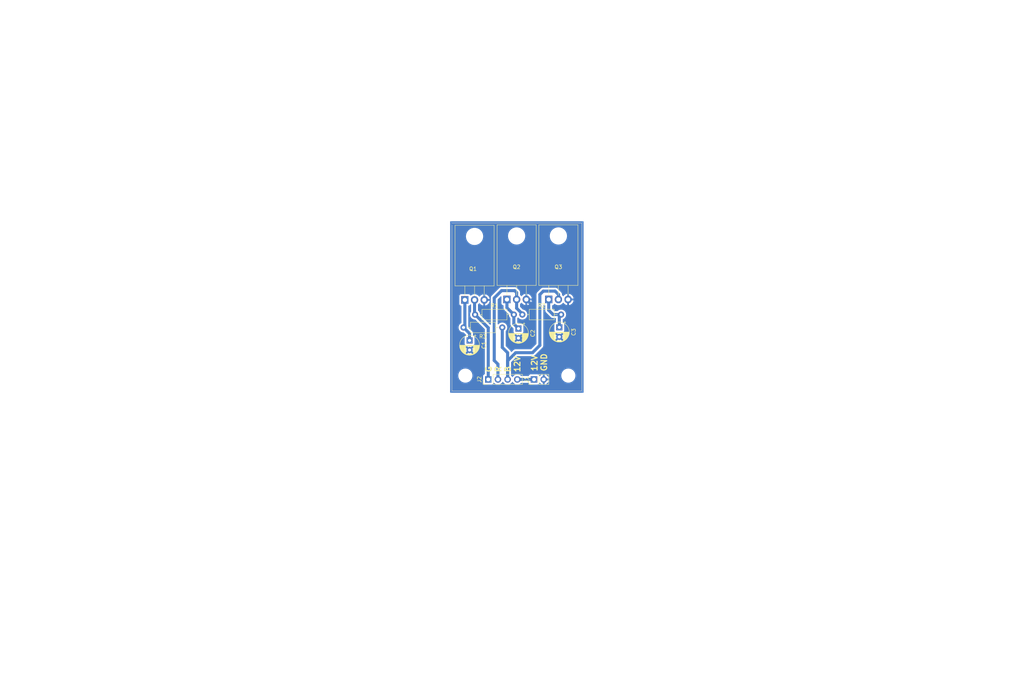
<source format=kicad_pcb>
(kicad_pcb (version 20240108) (generator "pcbnew") (generator_version "8.0")
  (title_block (title "RGB HOVER") (date "2023-02-22") (rev "V1.0.0") (company "Maykol Rey"))
  (layers (0 "F.Cu" signal) (31 "B.Cu" signal) (34 "B.Paste" user) (35 "F.Paste" user) (36 "B.SilkS" user "B.Silkscreen") (37 "F.SilkS" user "F.Silkscreen") (38 "B.Mask" user) (39 "F.Mask" user) (44 "Edge.Cuts" user))
  (net 0 "")
  (net 1 "Net-(Q1-G)")
  (net 2 "GND")
  (net 3 "Net-(Q2-G)")
  (net 4 "Net-(Q3-G)")
  (net 5 "/12V")
  (net 6 "/G")
  (net 7 "/R")
  (net 8 "/B")
  (footprint "Capacitor_THT:CP_Radial_D5.0mm_P2.50mm" (layer "F.Cu") (at 137.1 102.274888 -90)
    (property "Reference" "C1" (at 1.25 -3.75 90) (layer "F.SilkS"))
    (property "Value" "2.2uF")
    (fp_line (start 1.49 1.04) (end 1.49 2.569) (stroke (width 0.12)) (layer "F.SilkS"))
    (fp_line (start 1.53 1.04) (end 1.53 2.565) (stroke (width 0.12)) (layer "F.SilkS"))
    (fp_line (start 1.57 1.04) (end 1.57 2.561) (stroke (width 0.12)) (layer "F.SilkS"))
    (fp_line (start 1.61 1.04) (end 1.61 2.556) (stroke (width 0.12)) (layer "F.SilkS"))
    (fp_line (start 1.65 1.04) (end 1.65 2.55) (stroke (width 0.12)) (layer "F.SilkS"))
    (fp_line (start 1.69 1.04) (end 1.69 2.543) (stroke (width 0.12)) (layer "F.SilkS"))
    (fp_line (start 1.73 1.04) (end 1.73 2.536) (stroke (width 0.12)) (layer "F.SilkS"))
    (fp_line (start 1.77 1.04) (end 1.77 2.528) (stroke (width 0.12)) (layer "F.SilkS"))
    (fp_line (start 1.81 1.04) (end 1.81 2.52) (stroke (width 0.12)) (layer "F.SilkS"))
    (fp_line (start 1.85 1.04) (end 1.85 2.511) (stroke (width 0.12)) (layer "F.SilkS"))
    (fp_line (start 1.89 1.04) (end 1.89 2.501) (stroke (width 0.12)) (layer "F.SilkS"))
    (fp_line (start 1.93 1.04) (end 1.93 2.491) (stroke (width 0.12)) (layer "F.SilkS"))
    (fp_line (start 1.971 1.04) (end 1.971 2.48) (stroke (width 0.12)) (layer "F.SilkS"))
    (fp_line (start 2.011 1.04) (end 2.011 2.468) (stroke (width 0.12)) (layer "F.SilkS"))
    (fp_line (start 2.051 1.04) (end 2.051 2.455) (stroke (width 0.12)) (layer "F.SilkS"))
    (fp_line (start 2.091 1.04) (end 2.091 2.442) (stroke (width 0.12)) (layer "F.SilkS"))
    (fp_line (start 2.131 1.04) (end 2.131 2.428) (stroke (width 0.12)) (layer "F.SilkS"))
    (fp_line (start 2.171 1.04) (end 2.171 2.414) (stroke (width 0.12)) (layer "F.SilkS"))
    (fp_line (start 2.211 1.04) (end 2.211 2.398) (stroke (width 0.12)) (layer "F.SilkS"))
    (fp_line (start 2.251 1.04) (end 2.251 2.382) (stroke (width 0.12)) (layer "F.SilkS"))
    (fp_line (start 2.291 1.04) (end 2.291 2.365) (stroke (width 0.12)) (layer "F.SilkS"))
    (fp_line (start 2.331 1.04) (end 2.331 2.348) (stroke (width 0.12)) (layer "F.SilkS"))
    (fp_line (start 2.371 1.04) (end 2.371 2.329) (stroke (width 0.12)) (layer "F.SilkS"))
    (fp_line (start 2.411 1.04) (end 2.411 2.31) (stroke (width 0.12)) (layer "F.SilkS"))
    (fp_line (start 2.451 1.04) (end 2.451 2.29) (stroke (width 0.12)) (layer "F.SilkS"))
    (fp_line (start 2.491 1.04) (end 2.491 2.268) (stroke (width 0.12)) (layer "F.SilkS"))
    (fp_line (start 2.531 1.04) (end 2.531 2.247) (stroke (width 0.12)) (layer "F.SilkS"))
    (fp_line (start 2.571 1.04) (end 2.571 2.224) (stroke (width 0.12)) (layer "F.SilkS"))
    (fp_line (start 2.611 1.04) (end 2.611 2.2) (stroke (width 0.12)) (layer "F.SilkS"))
    (fp_line (start 2.651 1.04) (end 2.651 2.175) (stroke (width 0.12)) (layer "F.SilkS"))
    (fp_line (start 2.691 1.04) (end 2.691 2.149) (stroke (width 0.12)) (layer "F.SilkS"))
    (fp_line (start 2.731 1.04) (end 2.731 2.122) (stroke (width 0.12)) (layer "F.SilkS"))
    (fp_line (start 2.771 1.04) (end 2.771 2.095) (stroke (width 0.12)) (layer "F.SilkS"))
    (fp_line (start 2.811 1.04) (end 2.811 2.065) (stroke (width 0.12)) (layer "F.SilkS"))
    (fp_line (start 2.851 1.04) (end 2.851 2.035) (stroke (width 0.12)) (layer "F.SilkS"))
    (fp_line (start 2.891 1.04) (end 2.891 2.004) (stroke (width 0.12)) (layer "F.SilkS"))
    (fp_line (start 2.931 1.04) (end 2.931 1.971) (stroke (width 0.12)) (layer "F.SilkS"))
    (fp_line (start 2.971 1.04) (end 2.971 1.937) (stroke (width 0.12)) (layer "F.SilkS"))
    (fp_line (start 3.011 1.04) (end 3.011 1.901) (stroke (width 0.12)) (layer "F.SilkS"))
    (fp_line (start 3.051 1.04) (end 3.051 1.864) (stroke (width 0.12)) (layer "F.SilkS"))
    (fp_line (start 3.091 1.04) (end 3.091 1.826) (stroke (width 0.12)) (layer "F.SilkS"))
    (fp_line (start 3.131 1.04) (end 3.131 1.785) (stroke (width 0.12)) (layer "F.SilkS"))
    (fp_line (start 3.171 1.04) (end 3.171 1.743) (stroke (width 0.12)) (layer "F.SilkS"))
    (fp_line (start 3.211 1.04) (end 3.211 1.699) (stroke (width 0.12)) (layer "F.SilkS"))
    (fp_line (start 3.251 1.04) (end 3.251 1.653) (stroke (width 0.12)) (layer "F.SilkS"))
    (fp_line (start 3.291 1.04) (end 3.291 1.605) (stroke (width 0.12)) (layer "F.SilkS"))
    (fp_line (start 3.331 1.04) (end 3.331 1.554) (stroke (width 0.12)) (layer "F.SilkS"))
    (fp_line (start 3.371 1.04) (end 3.371 1.5) (stroke (width 0.12)) (layer "F.SilkS"))
    (fp_line (start 3.411 1.04) (end 3.411 1.443) (stroke (width 0.12)) (layer "F.SilkS"))
    (fp_line (start 3.451 1.04) (end 3.451 1.383) (stroke (width 0.12)) (layer "F.SilkS"))
    (fp_line (start 3.491 1.04) (end 3.491 1.319) (stroke (width 0.12)) (layer "F.SilkS"))
    (fp_line (start 3.531 1.04) (end 3.531 1.251) (stroke (width 0.12)) (layer "F.SilkS"))
    (fp_line (start 3.851 -0.284) (end 3.851 0.284) (stroke (width 0.12)) (layer "F.SilkS"))
    (fp_line (start 3.811 -0.518) (end 3.811 0.518) (stroke (width 0.12)) (layer "F.SilkS"))
    (fp_line (start 3.771 -0.677) (end 3.771 0.677) (stroke (width 0.12)) (layer "F.SilkS"))
    (fp_line (start 3.731 -0.805) (end 3.731 0.805) (stroke (width 0.12)) (layer "F.SilkS"))
    (fp_line (start 3.691 -0.915) (end 3.691 0.915) (stroke (width 0.12)) (layer "F.SilkS"))
    (fp_line (start 3.651 -1.011) (end 3.651 1.011) (stroke (width 0.12)) (layer "F.SilkS"))
    (fp_line (start 3.611 -1.098) (end 3.611 1.098) (stroke (width 0.12)) (layer "F.SilkS"))
    (fp_line (start 3.571 -1.178) (end 3.571 1.178) (stroke (width 0.12)) (layer "F.SilkS"))
    (fp_line (start 3.531 -1.251) (end 3.531 -1.04) (stroke (width 0.12)) (layer "F.SilkS"))
    (fp_line (start 3.491 -1.319) (end 3.491 -1.04) (stroke (width 0.12)) (layer "F.SilkS"))
    (fp_line (start 3.451 -1.383) (end 3.451 -1.04) (stroke (width 0.12)) (layer "F.SilkS"))
    (fp_line (start 3.411 -1.443) (end 3.411 -1.04) (stroke (width 0.12)) (layer "F.SilkS"))
    (fp_line (start -1.554775 -1.475) (end -1.054775 -1.475) (stroke (width 0.12)) (layer "F.SilkS"))
    (fp_line (start 3.371 -1.5) (end 3.371 -1.04) (stroke (width 0.12)) (layer "F.SilkS"))
    (fp_line (start 3.331 -1.554) (end 3.331 -1.04) (stroke (width 0.12)) (layer "F.SilkS"))
    (fp_line (start 3.291 -1.605) (end 3.291 -1.04) (stroke (width 0.12)) (layer "F.SilkS"))
    (fp_line (start 3.251 -1.653) (end 3.251 -1.04) (stroke (width 0.12)) (layer "F.SilkS"))
    (fp_line (start 3.211 -1.699) (end 3.211 -1.04) (stroke (width 0.12)) (layer "F.SilkS"))
    (fp_line (start -1.304775 -1.725) (end -1.304775 -1.225) (stroke (width 0.12)) (layer "F.SilkS"))
    (fp_line (start 3.171 -1.743) (end 3.171 -1.04) (stroke (width 0.12)) (layer "F.SilkS"))
    (fp_line (start 3.131 -1.785) (end 3.131 -1.04) (stroke (width 0.12)) (layer "F.SilkS"))
    (fp_line (start 3.091 -1.826) (end 3.091 -1.04) (stroke (width 0.12)) (layer "F.SilkS"))
    (fp_line (start 3.051 -1.864) (end 3.051 -1.04) (stroke (width 0.12)) (layer "F.SilkS"))
    (fp_line (start 3.011 -1.901) (end 3.011 -1.04) (stroke (width 0.12)) (layer "F.SilkS"))
    (fp_line (start 2.971 -1.937) (end 2.971 -1.04) (stroke (width 0.12)) (layer "F.SilkS"))
    (fp_line (start 2.931 -1.971) (end 2.931 -1.04) (stroke (width 0.12)) (layer "F.SilkS"))
    (fp_line (start 2.891 -2.004) (end 2.891 -1.04) (stroke (width 0.12)) (layer "F.SilkS"))
    (fp_line (start 2.851 -2.035) (end 2.851 -1.04) (stroke (width 0.12)) (layer "F.SilkS"))
    (fp_line (start 2.811 -2.065) (end 2.811 -1.04) (stroke (width 0.12)) (layer "F.SilkS"))
    (fp_line (start 2.771 -2.095) (end 2.771 -1.04) (stroke (width 0.12)) (layer "F.SilkS"))
    (fp_line (start 2.731 -2.122) (end 2.731 -1.04) (stroke (width 0.12)) (layer "F.SilkS"))
    (fp_line (start 2.691 -2.149) (end 2.691 -1.04) (stroke (width 0.12)) (layer "F.SilkS"))
    (fp_line (start 2.651 -2.175) (end 2.651 -1.04) (stroke (width 0.12)) (layer "F.SilkS"))
    (fp_line (start 2.611 -2.2) (end 2.611 -1.04) (stroke (width 0.12)) (layer "F.SilkS"))
    (fp_line (start 2.571 -2.224) (end 2.571 -1.04) (stroke (width 0.12)) (layer "F.SilkS"))
    (fp_line (start 2.531 -2.247) (end 2.531 -1.04) (stroke (width 0.12)) (layer "F.SilkS"))
    (fp_line (start 2.491 -2.268) (end 2.491 -1.04) (stroke (width 0.12)) (layer "F.SilkS"))
    (fp_line (start 2.451 -2.29) (end 2.451 -1.04) (stroke (width 0.12)) (layer "F.SilkS"))
    (fp_line (start 2.411 -2.31) (end 2.411 -1.04) (stroke (width 0.12)) (layer "F.SilkS"))
    (fp_line (start 2.371 -2.329) (end 2.371 -1.04) (stroke (width 0.12)) (layer "F.SilkS"))
    (fp_line (start 2.331 -2.348) (end 2.331 -1.04) (stroke (width 0.12)) (layer "F.SilkS"))
    (fp_line (start 2.291 -2.365) (end 2.291 -1.04) (stroke (width 0.12)) (layer "F.SilkS"))
    (fp_line (start 2.251 -2.382) (end 2.251 -1.04) (stroke (width 0.12)) (layer "F.SilkS"))
    (fp_line (start 2.211 -2.398) (end 2.211 -1.04) (stroke (width 0.12)) (layer "F.SilkS"))
    (fp_line (start 2.171 -2.414) (end 2.171 -1.04) (stroke (width 0.12)) (layer "F.SilkS"))
    (fp_line (start 2.131 -2.428) (end 2.131 -1.04) (stroke (width 0.12)) (layer "F.SilkS"))
    (fp_line (start 2.091 -2.442) (end 2.091 -1.04) (stroke (width 0.12)) (layer "F.SilkS"))
    (fp_line (start 2.051 -2.455) (end 2.051 -1.04) (stroke (width 0.12)) (layer "F.SilkS"))
    (fp_line (start 2.011 -2.468) (end 2.011 -1.04) (stroke (width 0.12)) (layer "F.SilkS"))
    (fp_line (start 1.971 -2.48) (end 1.971 -1.04) (stroke (width 0.12)) (layer "F.SilkS"))
    (fp_line (start 1.93 -2.491) (end 1.93 -1.04) (stroke (width 0.12)) (layer "F.SilkS"))
    (fp_line (start 1.89 -2.501) (end 1.89 -1.04) (stroke (width 0.12)) (layer "F.SilkS"))
    (fp_line (start 1.85 -2.511) (end 1.85 -1.04) (stroke (width 0.12)) (layer "F.SilkS"))
    (fp_line (start 1.81 -2.52) (end 1.81 -1.04) (stroke (width 0.12)) (layer "F.SilkS"))
    (fp_line (start 1.77 -2.528) (end 1.77 -1.04) (stroke (width 0.12)) (layer "F.SilkS"))
    (fp_line (start 1.73 -2.536) (end 1.73 -1.04) (stroke (width 0.12)) (layer "F.SilkS"))
    (fp_line (start 1.69 -2.543) (end 1.69 -1.04) (stroke (width 0.12)) (layer "F.SilkS"))
    (fp_line (start 1.65 -2.55) (end 1.65 -1.04) (stroke (width 0.12)) (layer "F.SilkS"))
    (fp_line (start 1.61 -2.556) (end 1.61 -1.04) (stroke (width 0.12)) (layer "F.SilkS"))
    (fp_line (start 1.57 -2.561) (end 1.57 -1.04) (stroke (width 0.12)) (layer "F.SilkS"))
    (fp_line (start 1.53 -2.565) (end 1.53 -1.04) (stroke (width 0.12)) (layer "F.SilkS"))
    (fp_line (start 1.49 -2.569) (end 1.49 -1.04) (stroke (width 0.12)) (layer "F.SilkS"))
    (fp_line (start 1.45 -2.573) (end 1.45 2.573) (stroke (width 0.12)) (layer "F.SilkS"))
    (fp_line (start 1.41 -2.576) (end 1.41 2.576) (stroke (width 0.12)) (layer "F.SilkS"))
    (fp_line (start 1.37 -2.578) (end 1.37 2.578) (stroke (width 0.12)) (layer "F.SilkS"))
    (fp_line (start 1.33 -2.579) (end 1.33 2.579) (stroke (width 0.12)) (layer "F.SilkS"))
    (fp_line (start 1.25 -2.58) (end 1.25 2.58) (stroke (width 0.12)) (layer "F.SilkS"))
    (fp_line (start 1.29 -2.58) (end 1.29 2.58) (stroke (width 0.12)) (layer "F.SilkS"))
    (fp_circle (center 1.25 0) (end 3.87 0) (stroke (width 0.12)) (fill none) (layer "F.SilkS"))
    (pad "1" thru_hole rect (at 0 0 270) (size 1.6 1.6) (drill 0.8) (layers "*.Cu" "*.Mask") (net 1 "Net-(Q1-G)"))
    (pad "2" thru_hole circle (at 2.5 0 270) (size 1.6 1.6) (drill 0.8) (layers "*.Cu" "*.Mask") (net 2 "GND"))
  )
  (footprint "Resistor_THT:R_Axial_DIN0207_L6.3mm_D2.5mm_P10.16mm_Horizontal" (layer "F.Cu") (at 150.94 95.48)
    (property "Reference" "R2" (at 5.08 -2.37 0) (layer "F.SilkS"))
    (property "Value" "1M")
    (fp_line (start 1.04 0) (end 1.81 0) (stroke (width 0.12)) (layer "F.SilkS"))
    (fp_line (start 1.81 -1.37) (end 1.81 1.37) (stroke (width 0.12)) (layer "F.SilkS"))
    (fp_line (start 1.81 1.37) (end 8.35 1.37) (stroke (width 0.12)) (layer "F.SilkS"))
    (fp_line (start 8.35 -1.37) (end 1.81 -1.37) (stroke (width 0.12)) (layer "F.SilkS"))
    (fp_line (start 8.35 1.37) (end 8.35 -1.37) (stroke (width 0.12)) (layer "F.SilkS"))
    (fp_line (start 9.12 0) (end 8.35 0) (stroke (width 0.12)) (layer "F.SilkS"))
    (pad "1" thru_hole circle (at 0 0) (size 1.6 1.6) (drill 0.8) (layers "*.Cu" "*.Mask") (net 7 "/R"))
    (pad "2" thru_hole oval (at 10.16 0) (size 1.6 1.6) (drill 0.8) (layers "*.Cu" "*.Mask") (net 4 "Net-(Q3-G)"))
  )
  (footprint "Connector_PinHeader_2.54mm:PinHeader_1x02_P2.54mm_Vertical" (layer "F.Cu") (at 154 112.5 90)
    (property "Reference" "J1" (at 0 -2 90) (layer "F.SilkS"))
    (property "Value" "POWER")
    (fp_line (start -1.33 -1.33) (end 0 -1.33) (stroke (width 0.12)) (layer "F.SilkS"))
    (fp_line (start -1.33 0) (end -1.33 -1.33) (stroke (width 0.12)) (layer "F.SilkS"))
    (fp_line (start 1.33 1.27) (end 1.33 3.87) (stroke (width 0.12)) (layer "F.SilkS"))
    (fp_line (start -1.33 1.27) (end 1.33 1.27) (stroke (width 0.12)) (layer "F.SilkS"))
    (fp_line (start -1.33 1.27) (end -1.33 3.87) (stroke (width 0.12)) (layer "F.SilkS"))
    (fp_line (start -1.33 3.87) (end 1.33 3.87) (stroke (width 0.12)) (layer "F.SilkS"))
    (pad "1" thru_hole rect (at 0 0 90) (size 1.7 1.7) (drill 1) (layers "*.Cu" "*.Mask") (net 5 "/12V"))
    (pad "2" thru_hole oval (at 0 2.54 90) (size 1.7 1.7) (drill 1) (layers "*.Cu" "*.Mask") (net 2 "GND"))
  )
  (footprint "MountingHole:MountingHole_3.2mm_M3" (layer "F.Cu") (at 163 111.5)
    (property "Reference" "H3" (hide yes))
    (property "Value" "MH")
    (pad "" np_thru_hole circle (at 0 0) (size 3.2 3.2) (drill 3.2) (layers "*.Cu" "*.Mask"))
  )
  (footprint "Resistor_THT:R_Axial_DIN0207_L6.3mm_D2.5mm_P10.16mm_Horizontal" (layer "F.Cu") (at 145.68 98.87 180)
    (property "Reference" "R3" (at 5.08 -2.37 0) (layer "F.SilkS"))
    (property "Value" "1M")
    (fp_line (start 9.12 0) (end 8.35 0) (stroke (width 0.12)) (layer "F.SilkS"))
    (fp_line (start 8.35 1.37) (end 8.35 -1.37) (stroke (width 0.12)) (layer "F.SilkS"))
    (fp_line (start 8.35 -1.37) (end 1.81 -1.37) (stroke (width 0.12)) (layer "F.SilkS"))
    (fp_line (start 1.81 1.37) (end 8.35 1.37) (stroke (width 0.12)) (layer "F.SilkS"))
    (fp_line (start 1.81 -1.37) (end 1.81 1.37) (stroke (width 0.12)) (layer "F.SilkS"))
    (fp_line (start 1.04 0) (end 1.81 0) (stroke (width 0.12)) (layer "F.SilkS"))
    (pad "1" thru_hole circle (at 0 0 180) (size 1.6 1.6) (drill 0.8) (layers "*.Cu" "*.Mask") (net 8 "/B"))
    (pad "2" thru_hole oval (at 10.16 0 180) (size 1.6 1.6) (drill 0.8) (layers "*.Cu" "*.Mask") (net 1 "Net-(Q1-G)"))
  )
  (footprint "MountingHole:MountingHole_3.2mm_M3" (layer "F.Cu") (at 136 111.5)
    (property "Reference" "H1" (hide yes))
    (property "Value" "MH")
    (pad "" np_thru_hole circle (at 0 0) (size 3.2 3.2) (drill 3.2) (layers "*.Cu" "*.Mask"))
  )
  (footprint "Capacitor_THT:CP_Radial_D5.0mm_P2.50mm" (layer "F.Cu") (at 149.92 99.154888 -90)
    (property "Reference" "C2" (at 1.25 -3.75 90) (layer "F.SilkS"))
    (property "Value" "2.2uF")
    (fp_line (start 1.49 1.04) (end 1.49 2.569) (stroke (width 0.12)) (layer "F.SilkS"))
    (fp_line (start 1.53 1.04) (end 1.53 2.565) (stroke (width 0.12)) (layer "F.SilkS"))
    (fp_line (start 1.57 1.04) (end 1.57 2.561) (stroke (width 0.12)) (layer "F.SilkS"))
    (fp_line (start 1.61 1.04) (end 1.61 2.556) (stroke (width 0.12)) (layer "F.SilkS"))
    (fp_line (start 1.65 1.04) (end 1.65 2.55) (stroke (width 0.12)) (layer "F.SilkS"))
    (fp_line (start 1.69 1.04) (end 1.69 2.543) (stroke (width 0.12)) (layer "F.SilkS"))
    (fp_line (start 1.73 1.04) (end 1.73 2.536) (stroke (width 0.12)) (layer "F.SilkS"))
    (fp_line (start 1.77 1.04) (end 1.77 2.528) (stroke (width 0.12)) (layer "F.SilkS"))
    (fp_line (start 1.81 1.04) (end 1.81 2.52) (stroke (width 0.12)) (layer "F.SilkS"))
    (fp_line (start 1.85 1.04) (end 1.85 2.511) (stroke (width 0.12)) (layer "F.SilkS"))
    (fp_line (start 1.89 1.04) (end 1.89 2.501) (stroke (width 0.12)) (layer "F.SilkS"))
    (fp_line (start 1.93 1.04) (end 1.93 2.491) (stroke (width 0.12)) (layer "F.SilkS"))
    (fp_line (start 1.971 1.04) (end 1.971 2.48) (stroke (width 0.12)) (layer "F.SilkS"))
    (fp_line (start 2.011 1.04) (end 2.011 2.468) (stroke (width 0.12)) (layer "F.SilkS"))
    (fp_line (start 2.051 1.04) (end 2.051 2.455) (stroke (width 0.12)) (layer "F.SilkS"))
    (fp_line (start 2.091 1.04) (end 2.091 2.442) (stroke (width 0.12)) (layer "F.SilkS"))
    (fp_line (start 2.131 1.04) (end 2.131 2.428) (stroke (width 0.12)) (layer "F.SilkS"))
    (fp_line (start 2.171 1.04) (end 2.171 2.414) (stroke (width 0.12)) (layer "F.SilkS"))
    (fp_line (start 2.211 1.04) (end 2.211 2.398) (stroke (width 0.12)) (layer "F.SilkS"))
    (fp_line (start 2.251 1.04) (end 2.251 2.382) (stroke (width 0.12)) (layer "F.SilkS"))
    (fp_line (start 2.291 1.04) (end 2.291 2.365) (stroke (width 0.12)) (layer "F.SilkS"))
    (fp_line (start 2.331 1.04) (end 2.331 2.348) (stroke (width 0.12)) (layer "F.SilkS"))
    (fp_line (start 2.371 1.04) (end 2.371 2.329) (stroke (width 0.12)) (layer "F.SilkS"))
    (fp_line (start 2.411 1.04) (end 2.411 2.31) (stroke (width 0.12)) (layer "F.SilkS"))
    (fp_line (start 2.451 1.04) (end 2.451 2.29) (stroke (width 0.12)) (layer "F.SilkS"))
    (fp_line (start 2.491 1.04) (end 2.491 2.268) (stroke (width 0.12)) (layer "F.SilkS"))
    (fp_line (start 2.531 1.04) (end 2.531 2.247) (stroke (width 0.12)) (layer "F.SilkS"))
    (fp_line (start 2.571 1.04) (end 2.571 2.224) (stroke (width 0.12)) (layer "F.SilkS"))
    (fp_line (start 2.611 1.04) (end 2.611 2.2) (stroke (width 0.12)) (layer "F.SilkS"))
    (fp_line (start 2.651 1.04) (end 2.651 2.175) (stroke (width 0.12)) (layer "F.SilkS"))
    (fp_line (start 2.691 1.04) (end 2.691 2.149) (stroke (width 0.12)) (layer "F.SilkS"))
    (fp_line (start 2.731 1.04) (end 2.731 2.122) (stroke (width 0.12)) (layer "F.SilkS"))
    (fp_line (start 2.771 1.04) (end 2.771 2.095) (stroke (width 0.12)) (layer "F.SilkS"))
    (fp_line (start 2.811 1.04) (end 2.811 2.065) (stroke (width 0.12)) (layer "F.SilkS"))
    (fp_line (start 2.851 1.04) (end 2.851 2.035) (stroke (width 0.12)) (layer "F.SilkS"))
    (fp_line (start 2.891 1.04) (end 2.891 2.004) (stroke (width 0.12)) (layer "F.SilkS"))
    (fp_line (start 2.931 1.04) (end 2.931 1.971) (stroke (width 0.12)) (layer "F.SilkS"))
    (fp_line (start 2.971 1.04) (end 2.971 1.937) (stroke (width 0.12)) (layer "F.SilkS"))
    (fp_line (start 3.011 1.04) (end 3.011 1.901) (stroke (width 0.12)) (layer "F.SilkS"))
    (fp_line (start 3.051 1.04) (end 3.051 1.864) (stroke (width 0.12)) (layer "F.SilkS"))
    (fp_line (start 3.091 1.04) (end 3.091 1.826) (stroke (width 0.12)) (layer "F.SilkS"))
    (fp_line (start 3.131 1.04) (end 3.131 1.785) (stroke (width 0.12)) (layer "F.SilkS"))
    (fp_line (start 3.171 1.04) (end 3.171 1.743) (stroke (width 0.12)) (layer "F.SilkS"))
    (fp_line (start 3.211 1.04) (end 3.211 1.699) (stroke (width 0.12)) (layer "F.SilkS"))
    (fp_line (start 3.251 1.04) (end 3.251 1.653) (stroke (width 0.12)) (layer "F.SilkS"))
    (fp_line (start 3.291 1.04) (end 3.291 1.605) (stroke (width 0.12)) (layer "F.SilkS"))
    (fp_line (start 3.331 1.04) (end 3.331 1.554) (stroke (width 0.12)) (layer "F.SilkS"))
    (fp_line (start 3.371 1.04) (end 3.371 1.5) (stroke (width 0.12)) (layer "F.SilkS"))
    (fp_line (start 3.411 1.04) (end 3.411 1.443) (stroke (width 0.12)) (layer "F.SilkS"))
    (fp_line (start 3.451 1.04) (end 3.451 1.383) (stroke (width 0.12)) (layer "F.SilkS"))
    (fp_line (start 3.491 1.04) (end 3.491 1.319) (stroke (width 0.12)) (layer "F.SilkS"))
    (fp_line (start 3.531 1.04) (end 3.531 1.251) (stroke (width 0.12)) (layer "F.SilkS"))
    (fp_line (start 3.851 -0.284) (end 3.851 0.284) (stroke (width 0.12)) (layer "F.SilkS"))
    (fp_line (start 3.811 -0.518) (end 3.811 0.518) (stroke (width 0.12)) (layer "F.SilkS"))
    (fp_line (start 3.771 -0.677) (end 3.771 0.677) (stroke (width 0.12)) (layer "F.SilkS"))
    (fp_line (start 3.731 -0.805) (end 3.731 0.805) (stroke (width 0.12)) (layer "F.SilkS"))
    (fp_line (start 3.691 -0.915) (end 3.691 0.915) (stroke (width 0.12)) (layer "F.SilkS"))
    (fp_line (start 3.651 -1.011) (end 3.651 1.011) (stroke (width 0.12)) (layer "F.SilkS"))
    (fp_line (start 3.611 -1.098) (end 3.611 1.098) (stroke (width 0.12)) (layer "F.SilkS"))
    (fp_line (start 3.571 -1.178) (end 3.571 1.178) (stroke (width 0.12)) (layer "F.SilkS"))
    (fp_line (start 3.531 -1.251) (end 3.531 -1.04) (stroke (width 0.12)) (layer "F.SilkS"))
    (fp_line (start 3.491 -1.319) (end 3.491 -1.04) (stroke (width 0.12)) (layer "F.SilkS"))
    (fp_line (start 3.451 -1.383) (end 3.451 -1.04) (stroke (width 0.12)) (layer "F.SilkS"))
    (fp_line (start 3.411 -1.443) (end 3.411 -1.04) (stroke (width 0.12)) (layer "F.SilkS"))
    (fp_line (start -1.554775 -1.475) (end -1.054775 -1.475) (stroke (width 0.12)) (layer "F.SilkS"))
    (fp_line (start 3.371 -1.5) (end 3.371 -1.04) (stroke (width 0.12)) (layer "F.SilkS"))
    (fp_line (start 3.331 -1.554) (end 3.331 -1.04) (stroke (width 0.12)) (layer "F.SilkS"))
    (fp_line (start 3.291 -1.605) (end 3.291 -1.04) (stroke (width 0.12)) (layer "F.SilkS"))
    (fp_line (start 3.251 -1.653) (end 3.251 -1.04) (stroke (width 0.12)) (layer "F.SilkS"))
    (fp_line (start 3.211 -1.699) (end 3.211 -1.04) (stroke (width 0.12)) (layer "F.SilkS"))
    (fp_line (start -1.304775 -1.725) (end -1.304775 -1.225) (stroke (width 0.12)) (layer "F.SilkS"))
    (fp_line (start 3.171 -1.743) (end 3.171 -1.04) (stroke (width 0.12)) (layer "F.SilkS"))
    (fp_line (start 3.131 -1.785) (end 3.131 -1.04) (stroke (width 0.12)) (layer "F.SilkS"))
    (fp_line (start 3.091 -1.826) (end 3.091 -1.04) (stroke (width 0.12)) (layer "F.SilkS"))
    (fp_line (start 3.051 -1.864) (end 3.051 -1.04) (stroke (width 0.12)) (layer "F.SilkS"))
    (fp_line (start 3.011 -1.901) (end 3.011 -1.04) (stroke (width 0.12)) (layer "F.SilkS"))
    (fp_line (start 2.971 -1.937) (end 2.971 -1.04) (stroke (width 0.12)) (layer "F.SilkS"))
    (fp_line (start 2.931 -1.971) (end 2.931 -1.04) (stroke (width 0.12)) (layer "F.SilkS"))
    (fp_line (start 2.891 -2.004) (end 2.891 -1.04) (stroke (width 0.12)) (layer "F.SilkS"))
    (fp_line (start 2.851 -2.035) (end 2.851 -1.04) (stroke (width 0.12)) (layer "F.SilkS"))
    (fp_line (start 2.811 -2.065) (end 2.811 -1.04) (stroke (width 0.12)) (layer "F.SilkS"))
    (fp_line (start 2.771 -2.095) (end 2.771 -1.04) (stroke (width 0.12)) (layer "F.SilkS"))
    (fp_line (start 2.731 -2.122) (end 2.731 -1.04) (stroke (width 0.12)) (layer "F.SilkS"))
    (fp_line (start 2.691 -2.149) (end 2.691 -1.04) (stroke (width 0.12)) (layer "F.SilkS"))
    (fp_line (start 2.651 -2.175) (end 2.651 -1.04) (stroke (width 0.12)) (layer "F.SilkS"))
    (fp_line (start 2.611 -2.2) (end 2.611 -1.04) (stroke (width 0.12)) (layer "F.SilkS"))
    (fp_line (start 2.571 -2.224) (end 2.571 -1.04) (stroke (width 0.12)) (layer "F.SilkS"))
    (fp_line (start 2.531 -2.247) (end 2.531 -1.04) (stroke (width 0.12)) (layer "F.SilkS"))
    (fp_line (start 2.491 -2.268) (end 2.491 -1.04) (stroke (width 0.12)) (layer "F.SilkS"))
    (fp_line (start 2.451 -2.29) (end 2.451 -1.04) (stroke (width 0.12)) (layer "F.SilkS"))
    (fp_line (start 2.411 -2.31) (end 2.411 -1.04) (stroke (width 0.12)) (layer "F.SilkS"))
    (fp_line (start 2.371 -2.329) (end 2.371 -1.04) (stroke (width 0.12)) (layer "F.SilkS"))
    (fp_line (start 2.331 -2.348) (end 2.331 -1.04) (stroke (width 0.12)) (layer "F.SilkS"))
    (fp_line (start 2.291 -2.365) (end 2.291 -1.04) (stroke (width 0.12)) (layer "F.SilkS"))
    (fp_line (start 2.251 -2.382) (end 2.251 -1.04) (stroke (width 0.12)) (layer "F.SilkS"))
    (fp_line (start 2.211 -2.398) (end 2.211 -1.04) (stroke (width 0.12)) (layer "F.SilkS"))
    (fp_line (start 2.171 -2.414) (end 2.171 -1.04) (stroke (width 0.12)) (layer "F.SilkS"))
    (fp_line (start 2.131 -2.428) (end 2.131 -1.04) (stroke (width 0.12)) (layer "F.SilkS"))
    (fp_line (start 2.091 -2.442) (end 2.091 -1.04) (stroke (width 0.12)) (layer "F.SilkS"))
    (fp_line (start 2.051 -2.455) (end 2.051 -1.04) (stroke (width 0.12)) (layer "F.SilkS"))
    (fp_line (start 2.011 -2.468) (end 2.011 -1.04) (stroke (width 0.12)) (layer "F.SilkS"))
    (fp_line (start 1.971 -2.48) (end 1.971 -1.04) (stroke (width 0.12)) (layer "F.SilkS"))
    (fp_line (start 1.93 -2.491) (end 1.93 -1.04) (stroke (width 0.12)) (layer "F.SilkS"))
    (fp_line (start 1.89 -2.501) (end 1.89 -1.04) (stroke (width 0.12)) (layer "F.SilkS"))
    (fp_line (start 1.85 -2.511) (end 1.85 -1.04) (stroke (width 0.12)) (layer "F.SilkS"))
    (fp_line (start 1.81 -2.52) (end 1.81 -1.04) (stroke (width 0.12)) (layer "F.SilkS"))
    (fp_line (start 1.77 -2.528) (end 1.77 -1.04) (stroke (width 0.12)) (layer "F.SilkS"))
    (fp_line (start 1.73 -2.536) (end 1.73 -1.04) (stroke (width 0.12)) (layer "F.SilkS"))
    (fp_line (start 1.69 -2.543) (end 1.69 -1.04) (stroke (width 0.12)) (layer "F.SilkS"))
    (fp_line (start 1.65 -2.55) (end 1.65 -1.04) (stroke (width 0.12)) (layer "F.SilkS"))
    (fp_line (start 1.61 -2.556) (end 1.61 -1.04) (stroke (width 0.12)) (layer "F.SilkS"))
    (fp_line (start 1.57 -2.561) (end 1.57 -1.04) (stroke (width 0.12)) (layer "F.SilkS"))
    (fp_line (start 1.53 -2.565) (end 1.53 -1.04) (stroke (width 0.12)) (layer "F.SilkS"))
    (fp_line (start 1.49 -2.569) (end 1.49 -1.04) (stroke (width 0.12)) (layer "F.SilkS"))
    (fp_line (start 1.45 -2.573) (end 1.45 2.573) (stroke (width 0.12)) (layer "F.SilkS"))
    (fp_line (start 1.41 -2.576) (end 1.41 2.576) (stroke (width 0.12)) (layer "F.SilkS"))
    (fp_line (start 1.37 -2.578) (end 1.37 2.578) (stroke (width 0.12)) (layer "F.SilkS"))
    (fp_line (start 1.33 -2.579) (end 1.33 2.579) (stroke (width 0.12)) (layer "F.SilkS"))
    (fp_line (start 1.25 -2.58) (end 1.25 2.58) (stroke (width 0.12)) (layer "F.SilkS"))
    (fp_line (start 1.29 -2.58) (end 1.29 2.58) (stroke (width 0.12)) (layer "F.SilkS"))
    (fp_circle (center 1.25 0) (end 3.87 0) (stroke (width 0.12)) (fill none) (layer "F.SilkS"))
    (pad "1" thru_hole rect (at 0 0 270) (size 1.6 1.6) (drill 0.8) (layers "*.Cu" "*.Mask") (net 3 "Net-(Q2-G)"))
    (pad "2" thru_hole circle (at 2.5 0 270) (size 1.6 1.6) (drill 0.8) (layers "*.Cu" "*.Mask") (net 2 "GND"))
  )
  (footprint "Package_TO_SOT_THT:TO-220-3_Horizontal_TabDown" (layer "F.Cu") (at 157.85 91.52)
    (property "Reference" "Q3" (at 2.54 -8.52 0) (layer "F.SilkS"))
    (property "Value" "IRFZ44N")
    (fp_line (start -2.58 -19.58) (end -2.58 -3.69) (stroke (width 0.12)) (layer "F.SilkS"))
    (fp_line (start -2.58 -19.58) (end 7.66 -19.58) (stroke (width 0.12)) (layer "F.SilkS"))
    (fp_line (start -2.58 -3.69) (end 7.66 -3.69) (stroke (width 0.12)) (layer "F.SilkS"))
    (fp_line (start 0 -3.69) (end 0 -1.15) (stroke (width 0.12)) (layer "F.SilkS"))
    (fp_line (start 2.54 -3.69) (end 2.54 -1.15) (stroke (width 0.12)) (layer "F.SilkS"))
    (fp_line (start 5.08 -3.69) (end 5.08 -1.15) (stroke (width 0.12)) (layer "F.SilkS"))
    (fp_line (start 7.66 -19.58) (end 7.66 -3.69) (stroke (width 0.12)) (layer "F.SilkS"))
    (pad "" np_thru_hole oval (at 2.54 -16.66) (size 3.5 3.5) (drill 3.5) (layers "*.Cu" "*.Mask"))
    (pad "1" thru_hole rect (at 0 0) (size 1.905 2) (drill 1.1) (layers "*.Cu" "*.Mask") (net 4 "Net-(Q3-G)"))
    (pad "2" thru_hole oval (at 2.54 0) (size 1.905 2) (drill 1.1) (layers "*.Cu" "*.Mask") (net 8 "/B"))
    (pad "3" thru_hole oval (at 5.08 0) (size 1.905 2) (drill 1.1) (layers "*.Cu" "*.Mask") (net 2 "GND"))
  )
  (footprint "Package_TO_SOT_THT:TO-220-3_Horizontal_TabDown" (layer "F.Cu") (at 146.9 91.52)
    (property "Reference" "Q2" (at 2.54 -8.52 0) (layer "F.SilkS"))
    (property "Value" "IRFZ44N")
    (fp_line (start -2.58 -19.58) (end -2.58 -3.69) (stroke (width 0.12)) (layer "F.SilkS"))
    (fp_line (start -2.58 -19.58) (end 7.66 -19.58) (stroke (width 0.12)) (layer "F.SilkS"))
    (fp_line (start -2.58 -3.69) (end 7.66 -3.69) (stroke (width 0.12)) (layer "F.SilkS"))
    (fp_line (start 0 -3.69) (end 0 -1.15) (stroke (width 0.12)) (layer "F.SilkS"))
    (fp_line (start 2.54 -3.69) (end 2.54 -1.15) (stroke (width 0.12)) (layer "F.SilkS"))
    (fp_line (start 5.08 -3.69) (end 5.08 -1.15) (stroke (width 0.12)) (layer "F.SilkS"))
    (fp_line (start 7.66 -19.58) (end 7.66 -3.69) (stroke (width 0.12)) (layer "F.SilkS"))
    (pad "" np_thru_hole oval (at 2.54 -16.66) (size 3.5 3.5) (drill 3.5) (layers "*.Cu" "*.Mask"))
    (pad "1" thru_hole rect (at 0 0) (size 1.905 2) (drill 1.1) (layers "*.Cu" "*.Mask") (net 3 "Net-(Q2-G)"))
    (pad "2" thru_hole oval (at 2.54 0) (size 1.905 2) (drill 1.1) (layers "*.Cu" "*.Mask") (net 7 "/R"))
    (pad "3" thru_hole oval (at 5.08 0) (size 1.905 2) (drill 1.1) (layers "*.Cu" "*.Mask") (net 2 "GND"))
  )
  (footprint "Connector_PinHeader_2.54mm:PinHeader_1x04_P2.54mm_Vertical" (layer "F.Cu") (at 142 112.5 90)
    (property "Reference" "J2" (at 0 -2.33 90) (layer "F.SilkS"))
    (property "Value" "RGB_TAPE")
    (fp_line (start -1.33 -1.33) (end 0 -1.33) (stroke (width 0.12)) (layer "F.SilkS"))
    (fp_line (start -1.33 0) (end -1.33 -1.33) (stroke (width 0.12)) (layer "F.SilkS"))
    (fp_line (start 1.33 1.27) (end 1.33 8.95) (stroke (width 0.12)) (layer "F.SilkS"))
    (fp_line (start -1.33 1.27) (end 1.33 1.27) (stroke (width 0.12)) (layer "F.SilkS"))
    (fp_line (start -1.33 1.27) (end -1.33 8.95) (stroke (width 0.12)) (layer "F.SilkS"))
    (fp_line (start -1.33 8.95) (end 1.33 8.95) (stroke (width 0.12)) (layer "F.SilkS"))
    (pad "1" thru_hole rect (at 0 0 90) (size 1.7 1.7) (drill 1) (layers "*.Cu" "*.Mask") (net 6 "/G"))
    (pad "2" thru_hole oval (at 0 2.54 90) (size 1.7 1.7) (drill 1) (layers "*.Cu" "*.Mask") (net 7 "/R"))
    (pad "3" thru_hole oval (at 0 5.08 90) (size 1.7 1.7) (drill 1) (layers "*.Cu" "*.Mask") (net 8 "/B"))
    (pad "4" thru_hole oval (at 0 7.62 90) (size 1.7 1.7) (drill 1) (layers "*.Cu" "*.Mask") (net 5 "/12V"))
  )
  (footprint "Package_TO_SOT_THT:TO-220-3_Horizontal_TabDown" (layer "F.Cu") (at 135.87 91.64)
    (property "Reference" "Q1" (at 2.13 -8.14 0) (layer "F.SilkS"))
    (property "Value" "IRFZ44N")
    (fp_line (start -2.58 -19.58) (end -2.58 -3.69) (stroke (width 0.12)) (layer "F.SilkS"))
    (fp_line (start -2.58 -19.58) (end 7.66 -19.58) (stroke (width 0.12)) (layer "F.SilkS"))
    (fp_line (start -2.58 -3.69) (end 7.66 -3.69) (stroke (width 0.12)) (layer "F.SilkS"))
    (fp_line (start 0 -3.69) (end 0 -1.15) (stroke (width 0.12)) (layer "F.SilkS"))
    (fp_line (start 2.54 -3.69) (end 2.54 -1.15) (stroke (width 0.12)) (layer "F.SilkS"))
    (fp_line (start 5.08 -3.69) (end 5.08 -1.15) (stroke (width 0.12)) (layer "F.SilkS"))
    (fp_line (start 7.66 -19.58) (end 7.66 -3.69) (stroke (width 0.12)) (layer "F.SilkS"))
    (pad "" np_thru_hole oval (at 2.54 -16.66) (size 3.5 3.5) (drill 3.5) (layers "*.Cu" "*.Mask"))
    (pad "1" thru_hole rect (at 0 0) (size 1.905 2) (drill 1.1) (layers "*.Cu" "*.Mask") (net 1 "Net-(Q1-G)"))
    (pad "2" thru_hole oval (at 2.54 0) (size 1.905 2) (drill 1.1) (layers "*.Cu" "*.Mask") (net 6 "/G"))
    (pad "3" thru_hole oval (at 5.08 0) (size 1.905 2) (drill 1.1) (layers "*.Cu" "*.Mask") (net 2 "GND"))
  )
  (footprint "Capacitor_THT:CP_Radial_D5.0mm_P2.50mm" (layer "F.Cu") (at 160.63 98.824888 -90)
    (property "Reference" "C3" (at 1.25 -3.75 90) (layer "F.SilkS"))
    (property "Value" "2.2uF")
    (fp_line (start 1.49 1.04) (end 1.49 2.569) (stroke (width 0.12)) (layer "F.SilkS"))
    (fp_line (start 1.53 1.04) (end 1.53 2.565) (stroke (width 0.12)) (layer "F.SilkS"))
    (fp_line (start 1.57 1.04) (end 1.57 2.561) (stroke (width 0.12)) (layer "F.SilkS"))
    (fp_line (start 1.61 1.04) (end 1.61 2.556) (stroke (width 0.12)) (layer "F.SilkS"))
    (fp_line (start 1.65 1.04) (end 1.65 2.55) (stroke (width 0.12)) (layer "F.SilkS"))
    (fp_line (start 1.69 1.04) (end 1.69 2.543) (stroke (width 0.12)) (layer "F.SilkS"))
    (fp_line (start 1.73 1.04) (end 1.73 2.536) (stroke (width 0.12)) (layer "F.SilkS"))
    (fp_line (start 1.77 1.04) (end 1.77 2.528) (stroke (width 0.12)) (layer "F.SilkS"))
    (fp_line (start 1.81 1.04) (end 1.81 2.52) (stroke (width 0.12)) (layer "F.SilkS"))
    (fp_line (start 1.85 1.04) (end 1.85 2.511) (stroke (width 0.12)) (layer "F.SilkS"))
    (fp_line (start 1.89 1.04) (end 1.89 2.501) (stroke (width 0.12)) (layer "F.SilkS"))
    (fp_line (start 1.93 1.04) (end 1.93 2.491) (stroke (width 0.12)) (layer "F.SilkS"))
    (fp_line (start 1.971 1.04) (end 1.971 2.48) (stroke (width 0.12)) (layer "F.SilkS"))
    (fp_line (start 2.011 1.04) (end 2.011 2.468) (stroke (width 0.12)) (layer "F.SilkS"))
    (fp_line (start 2.051 1.04) (end 2.051 2.455) (stroke (width 0.12)) (layer "F.SilkS"))
    (fp_line (start 2.091 1.04) (end 2.091 2.442) (stroke (width 0.12)) (layer "F.SilkS"))
    (fp_line (start 2.131 1.04) (end 2.131 2.428) (stroke (width 0.12)) (layer "F.SilkS"))
    (fp_line (start 2.171 1.04) (end 2.171 2.414) (stroke (width 0.12)) (layer "F.SilkS"))
    (fp_line (start 2.211 1.04) (end 2.211 2.398) (stroke (width 0.12)) (layer "F.SilkS"))
    (fp_line (start 2.251 1.04) (end 2.251 2.382) (stroke (width 0.12)) (layer "F.SilkS"))
    (fp_line (start 2.291 1.04) (end 2.291 2.365) (stroke (width 0.12)) (layer "F.SilkS"))
    (fp_line (start 2.331 1.04) (end 2.331 2.348) (stroke (width 0.12)) (layer "F.SilkS"))
    (fp_line (start 2.371 1.04) (end 2.371 2.329) (stroke (width 0.12)) (layer "F.SilkS"))
    (fp_line (start 2.411 1.04) (end 2.411 2.31) (stroke (width 0.12)) (layer "F.SilkS"))
    (fp_line (start 2.451 1.04) (end 2.451 2.29) (stroke (width 0.12)) (layer "F.SilkS"))
    (fp_line (start 2.491 1.04) (end 2.491 2.268) (stroke (width 0.12)) (layer "F.SilkS"))
    (fp_line (start 2.531 1.04) (end 2.531 2.247) (stroke (width 0.12)) (layer "F.SilkS"))
    (fp_line (start 2.571 1.04) (end 2.571 2.224) (stroke (width 0.12)) (layer "F.SilkS"))
    (fp_line (start 2.611 1.04) (end 2.611 2.2) (stroke (width 0.12)) (layer "F.SilkS"))
    (fp_line (start 2.651 1.04) (end 2.651 2.175) (stroke (width 0.12)) (layer "F.SilkS"))
    (fp_line (start 2.691 1.04) (end 2.691 2.149) (stroke (width 0.12)) (layer "F.SilkS"))
    (fp_line (start 2.731 1.04) (end 2.731 2.122) (stroke (width 0.12)) (layer "F.SilkS"))
    (fp_line (start 2.771 1.04) (end 2.771 2.095) (stroke (width 0.12)) (layer "F.SilkS"))
    (fp_line (start 2.811 1.04) (end 2.811 2.065) (stroke (width 0.12)) (layer "F.SilkS"))
    (fp_line (start 2.851 1.04) (end 2.851 2.035) (stroke (width 0.12)) (layer "F.SilkS"))
    (fp_line (start 2.891 1.04) (end 2.891 2.004) (stroke (width 0.12)) (layer "F.SilkS"))
    (fp_line (start 2.931 1.04) (end 2.931 1.971) (stroke (width 0.12)) (layer "F.SilkS"))
    (fp_line (start 2.971 1.04) (end 2.971 1.937) (stroke (width 0.12)) (layer "F.SilkS"))
    (fp_line (start 3.011 1.04) (end 3.011 1.901) (stroke (width 0.12)) (layer "F.SilkS"))
    (fp_line (start 3.051 1.04) (end 3.051 1.864) (stroke (width 0.12)) (layer "F.SilkS"))
    (fp_line (start 3.091 1.04) (end 3.091 1.826) (stroke (width 0.12)) (layer "F.SilkS"))
    (fp_line (start 3.131 1.04) (end 3.131 1.785) (stroke (width 0.12)) (layer "F.SilkS"))
    (fp_line (start 3.171 1.04) (end 3.171 1.743) (stroke (width 0.12)) (layer "F.SilkS"))
    (fp_line (start 3.211 1.04) (end 3.211 1.699) (stroke (width 0.12)) (layer "F.SilkS"))
    (fp_line (start 3.251 1.04) (end 3.251 1.653) (stroke (width 0.12)) (layer "F.SilkS"))
    (fp_line (start 3.291 1.04) (end 3.291 1.605) (stroke (width 0.12)) (layer "F.SilkS"))
    (fp_line (start 3.331 1.04) (end 3.331 1.554) (stroke (width 0.12)) (layer "F.SilkS"))
    (fp_line (start 3.371 1.04) (end 3.371 1.5) (stroke (width 0.12)) (layer "F.SilkS"))
    (fp_line (start 3.411 1.04) (end 3.411 1.443) (stroke (width 0.12)) (layer "F.SilkS"))
    (fp_line (start 3.451 1.04) (end 3.451 1.383) (stroke (width 0.12)) (layer "F.SilkS"))
    (fp_line (start 3.491 1.04) (end 3.491 1.319) (stroke (width 0.12)) (layer "F.SilkS"))
    (fp_line (start 3.531 1.04) (end 3.531 1.251) (stroke (width 0.12)) (layer "F.SilkS"))
    (fp_line (start 3.851 -0.284) (end 3.851 0.284) (stroke (width 0.12)) (layer "F.SilkS"))
    (fp_line (start 3.811 -0.518) (end 3.811 0.518) (stroke (width 0.12)) (layer "F.SilkS"))
    (fp_line (start 3.771 -0.677) (end 3.771 0.677) (stroke (width 0.12)) (layer "F.SilkS"))
    (fp_line (start 3.731 -0.805) (end 3.731 0.805) (stroke (width 0.12)) (layer "F.SilkS"))
    (fp_line (start 3.691 -0.915) (end 3.691 0.915) (stroke (width 0.12)) (layer "F.SilkS"))
    (fp_line (start 3.651 -1.011) (end 3.651 1.011) (stroke (width 0.12)) (layer "F.SilkS"))
    (fp_line (start 3.611 -1.098) (end 3.611 1.098) (stroke (width 0.12)) (layer "F.SilkS"))
    (fp_line (start 3.571 -1.178) (end 3.571 1.178) (stroke (width 0.12)) (layer "F.SilkS"))
    (fp_line (start 3.531 -1.251) (end 3.531 -1.04) (stroke (width 0.12)) (layer "F.SilkS"))
    (fp_line (start 3.491 -1.319) (end 3.491 -1.04) (stroke (width 0.12)) (layer "F.SilkS"))
    (fp_line (start 3.451 -1.383) (end 3.451 -1.04) (stroke (width 0.12)) (layer "F.SilkS"))
    (fp_line (start 3.411 -1.443) (end 3.411 -1.04) (stroke (width 0.12)) (layer "F.SilkS"))
    (fp_line (start -1.554775 -1.475) (end -1.054775 -1.475) (stroke (width 0.12)) (layer "F.SilkS"))
    (fp_line (start 3.371 -1.5) (end 3.371 -1.04) (stroke (width 0.12)) (layer "F.SilkS"))
    (fp_line (start 3.331 -1.554) (end 3.331 -1.04) (stroke (width 0.12)) (layer "F.SilkS"))
    (fp_line (start 3.291 -1.605) (end 3.291 -1.04) (stroke (width 0.12)) (layer "F.SilkS"))
    (fp_line (start 3.251 -1.653) (end 3.251 -1.04) (stroke (width 0.12)) (layer "F.SilkS"))
    (fp_line (start 3.211 -1.699) (end 3.211 -1.04) (stroke (width 0.12)) (layer "F.SilkS"))
    (fp_line (start -1.304775 -1.725) (end -1.304775 -1.225) (stroke (width 0.12)) (layer "F.SilkS"))
    (fp_line (start 3.171 -1.743) (end 3.171 -1.04) (stroke (width 0.12)) (layer "F.SilkS"))
    (fp_line (start 3.131 -1.785) (end 3.131 -1.04) (stroke (width 0.12)) (layer "F.SilkS"))
    (fp_line (start 3.091 -1.826) (end 3.091 -1.04) (stroke (width 0.12)) (layer "F.SilkS"))
    (fp_line (start 3.051 -1.864) (end 3.051 -1.04) (stroke (width 0.12)) (layer "F.SilkS"))
    (fp_line (start 3.011 -1.901) (end 3.011 -1.04) (stroke (width 0.12)) (layer "F.SilkS"))
    (fp_line (start 2.971 -1.937) (end 2.971 -1.04) (stroke (width 0.12)) (layer "F.SilkS"))
    (fp_line (start 2.931 -1.971) (end 2.931 -1.04) (stroke (width 0.12)) (layer "F.SilkS"))
    (fp_line (start 2.891 -2.004) (end 2.891 -1.04) (stroke (width 0.12)) (layer "F.SilkS"))
    (fp_line (start 2.851 -2.035) (end 2.851 -1.04) (stroke (width 0.12)) (layer "F.SilkS"))
    (fp_line (start 2.811 -2.065) (end 2.811 -1.04) (stroke (width 0.12)) (layer "F.SilkS"))
    (fp_line (start 2.771 -2.095) (end 2.771 -1.04) (stroke (width 0.12)) (layer "F.SilkS"))
    (fp_line (start 2.731 -2.122) (end 2.731 -1.04) (stroke (width 0.12)) (layer "F.SilkS"))
    (fp_line (start 2.691 -2.149) (end 2.691 -1.04) (stroke (width 0.12)) (layer "F.SilkS"))
    (fp_line (start 2.651 -2.175) (end 2.651 -1.04) (stroke (width 0.12)) (layer "F.SilkS"))
    (fp_line (start 2.611 -2.2) (end 2.611 -1.04) (stroke (width 0.12)) (layer "F.SilkS"))
    (fp_line (start 2.571 -2.224) (end 2.571 -1.04) (stroke (width 0.12)) (layer "F.SilkS"))
    (fp_line (start 2.531 -2.247) (end 2.531 -1.04) (stroke (width 0.12)) (layer "F.SilkS"))
    (fp_line (start 2.491 -2.268) (end 2.491 -1.04) (stroke (width 0.12)) (layer "F.SilkS"))
    (fp_line (start 2.451 -2.29) (end 2.451 -1.04) (stroke (width 0.12)) (layer "F.SilkS"))
    (fp_line (start 2.411 -2.31) (end 2.411 -1.04) (stroke (width 0.12)) (layer "F.SilkS"))
    (fp_line (start 2.371 -2.329) (end 2.371 -1.04) (stroke (width 0.12)) (layer "F.SilkS"))
    (fp_line (start 2.331 -2.348) (end 2.331 -1.04) (stroke (width 0.12)) (layer "F.SilkS"))
    (fp_line (start 2.291 -2.365) (end 2.291 -1.04) (stroke (width 0.12)) (layer "F.SilkS"))
    (fp_line (start 2.251 -2.382) (end 2.251 -1.04) (stroke (width 0.12)) (layer "F.SilkS"))
    (fp_line (start 2.211 -2.398) (end 2.211 -1.04) (stroke (width 0.12)) (layer "F.SilkS"))
    (fp_line (start 2.171 -2.414) (end 2.171 -1.04) (stroke (width 0.12)) (layer "F.SilkS"))
    (fp_line (start 2.131 -2.428) (end 2.131 -1.04) (stroke (width 0.12)) (layer "F.SilkS"))
    (fp_line (start 2.091 -2.442) (end 2.091 -1.04) (stroke (width 0.12)) (layer "F.SilkS"))
    (fp_line (start 2.051 -2.455) (end 2.051 -1.04) (stroke (width 0.12)) (layer "F.SilkS"))
    (fp_line (start 2.011 -2.468) (end 2.011 -1.04) (stroke (width 0.12)) (layer "F.SilkS"))
    (fp_line (start 1.971 -2.48) (end 1.971 -1.04) (stroke (width 0.12)) (layer "F.SilkS"))
    (fp_line (start 1.93 -2.491) (end 1.93 -1.04) (stroke (width 0.12)) (layer "F.SilkS"))
    (fp_line (start 1.89 -2.501) (end 1.89 -1.04) (stroke (width 0.12)) (layer "F.SilkS"))
    (fp_line (start 1.85 -2.511) (end 1.85 -1.04) (stroke (width 0.12)) (layer "F.SilkS"))
    (fp_line (start 1.81 -2.52) (end 1.81 -1.04) (stroke (width 0.12)) (layer "F.SilkS"))
    (fp_line (start 1.77 -2.528) (end 1.77 -1.04) (stroke (width 0.12)) (layer "F.SilkS"))
    (fp_line (start 1.73 -2.536) (end 1.73 -1.04) (stroke (width 0.12)) (layer "F.SilkS"))
    (fp_line (start 1.69 -2.543) (end 1.69 -1.04) (stroke (width 0.12)) (layer "F.SilkS"))
    (fp_line (start 1.65 -2.55) (end 1.65 -1.04) (stroke (width 0.12)) (layer "F.SilkS"))
    (fp_line (start 1.61 -2.556) (end 1.61 -1.04) (stroke (width 0.12)) (layer "F.SilkS"))
    (fp_line (start 1.57 -2.561) (end 1.57 -1.04) (stroke (width 0.12)) (layer "F.SilkS"))
    (fp_line (start 1.53 -2.565) (end 1.53 -1.04) (stroke (width 0.12)) (layer "F.SilkS"))
    (fp_line (start 1.49 -2.569) (end 1.49 -1.04) (stroke (width 0.12)) (layer "F.SilkS"))
    (fp_line (start 1.45 -2.573) (end 1.45 2.573) (stroke (width 0.12)) (layer "F.SilkS"))
    (fp_line (start 1.41 -2.576) (end 1.41 2.576) (stroke (width 0.12)) (layer "F.SilkS"))
    (fp_line (start 1.37 -2.578) (end 1.37 2.578) (stroke (width 0.12)) (layer "F.SilkS"))
    (fp_line (start 1.33 -2.579) (end 1.33 2.579) (stroke (width 0.12)) (layer "F.SilkS"))
    (fp_line (start 1.25 -2.58) (end 1.25 2.58) (stroke (width 0.12)) (layer "F.SilkS"))
    (fp_line (start 1.29 -2.58) (end 1.29 2.58) (stroke (width 0.12)) (layer "F.SilkS"))
    (fp_circle (center 1.25 0) (end 3.87 0) (stroke (width 0.12)) (fill none) (layer "F.SilkS"))
    (pad "1" thru_hole rect (at 0 0 270) (size 1.6 1.6) (drill 0.8) (layers "*.Cu" "*.Mask") (net 4 "Net-(Q3-G)"))
    (pad "2" thru_hole circle (at 2.5 0 270) (size 1.6 1.6) (drill 0.8) (layers "*.Cu" "*.Mask") (net 2 "GND"))
  )
  (footprint "Resistor_THT:R_Axial_DIN0207_L6.3mm_D2.5mm_P10.16mm_Horizontal" (layer "F.Cu") (at 138.55 95.49)
    (property "Reference" "R1" (at 5.08 -2.37 0) (layer "F.SilkS"))
    (property "Value" "1M")
    (fp_line (start 1.04 0) (end 1.81 0) (stroke (width 0.12)) (layer "F.SilkS"))
    (fp_line (start 1.81 -1.37) (end 1.81 1.37) (stroke (width 0.12)) (layer "F.SilkS"))
    (fp_line (start 1.81 1.37) (end 8.35 1.37) (stroke (width 0.12)) (layer "F.SilkS"))
    (fp_line (start 8.35 -1.37) (end 1.81 -1.37) (stroke (width 0.12)) (layer "F.SilkS"))
    (fp_line (start 8.35 1.37) (end 8.35 -1.37) (stroke (width 0.12)) (layer "F.SilkS"))
    (fp_line (start 9.12 0) (end 8.35 0) (stroke (width 0.12)) (layer "F.SilkS"))
    (pad "1" thru_hole circle (at 0 0) (size 1.6 1.6) (drill 0.8) (layers "*.Cu" "*.Mask") (net 6 "/G"))
    (pad "2" thru_hole oval (at 10.16 0) (size 1.6 1.6) (drill 0.8) (layers "*.Cu" "*.Mask") (net 3 "Net-(Q2-G)"))
  )
  (gr_line (start 166.5 71.5) (end 166.5 115.5) (stroke (width 0.1)) (layer "Edge.Cuts"))
  (gr_line (start 132.5 71.5) (end 166.5 71.5) (stroke (width 0.1)) (layer "Edge.Cuts"))
  (gr_line (start 132.5 115.5) (end 132.5 72) (stroke (width 0.1)) (layer "Edge.Cuts"))
  (gr_line (start 166.5 115.5) (end 132.5 115.5) (stroke (width 0.1)) (layer "Edge.Cuts"))
  (gr_text "G" (at 143 110.75 90) (layer "F.SilkS") (effects (font (size 1.5 1.5) (thickness 0.3) (bold yes)) (justify left bottom)))
  (gr_text "R" (at 145.5 110.75 90) (layer "F.SilkS") (effects (font (size 1.5 1.5) (thickness 0.3) (bold yes)) (justify left bottom)))
  (gr_text "12V" (at 155 110.5 90) (layer "F.SilkS") (effects (font (size 1.5 1.5) (thickness 0.3) (bold yes)) (justify left bottom)))
  (gr_text "B" (at 148 110.75 90) (layer "F.SilkS") (effects (font (size 1.5 1.5) (thickness 0.3) (bold yes)) (justify left bottom)))
  (gr_text "12V" (at 150.5 110.75 90) (layer "F.SilkS") (effects (font (size 1.5 1.5) (thickness 0.3) (bold yes)) (justify left bottom)))
  (gr_text "GND" (at 157.5 110.5 90) (layer "F.SilkS") (effects (font (size 1.5 1.5) (thickness 0.3) (bold yes)) (justify left bottom)))
  (segment (start 137.1 100.45) (end 135.52 98.87) (width 0.8) (layer "B.Cu") (net 1))
  (segment (start 137.1 102.274888) (end 137.1 100.45) (width 0.8) (layer "B.Cu") (net 1))
  (segment (start 135.87 98.52) (end 135.52 98.87) (width 0.8) (layer "B.Cu") (net 1))
  (segment (start 135.87 91.64) (end 135.87 98.52) (width 0.8) (layer "B.Cu") (net 1))
  (segment (start 149.92 101.654888) (end 151.625112 101.654888) (width 0.8) (layer "B.Cu") (net 2))
  (segment (start 151.625112 101.654888) (end 153.54 99.74) (width 0.8) (layer "B.Cu") (net 2))
  (segment (start 153.54 93.08) (end 151.98 91.52) (width 0.8) (layer "B.Cu") (net 2))
  (segment (start 153.54 99.74) (end 153.54 93.08) (width 0.8) (layer "B.Cu") (net 2))
  (segment (start 148.71 95.49) (end 148.71 97.944888) (width 0.8) (layer "B.Cu") (net 3))
  (segment (start 148.71 97.944888) (end 149.92 99.154888) (width 0.8) (layer "B.Cu") (net 3))
  (segment (start 146.9 93.68) (end 148.71 95.49) (width 0.8) (layer "B.Cu") (net 3))
  (segment (start 146.9 91.52) (end 146.9 93.68) (width 0.8) (layer "B.Cu") (net 3))
  (segment (start 160.63 95.95) (end 161.1 95.48) (width 0.8) (layer "B.Cu") (net 4))
  (segment (start 157.85 94.34) (end 158.99 95.48) (width 0.8) (layer "B.Cu") (net 4))
  (segment (start 158.99 95.48) (end 161.1 95.48) (width 0.8) (layer "B.Cu") (net 4))
  (segment (start 157.85 91.52) (end 157.85 94.34) (width 0.8) (layer "B.Cu") (net 4))
  (segment (start 160.63 98.824888) (end 160.63 95.95) (width 0.8) (layer "B.Cu") (net 4))
  (segment (start 149.62 112.5) (end 154 112.5) (width 0.8) (layer "B.Cu") (net 5))
  (segment (start 138.41 95.35) (end 138.55 95.49) (width 0.8) (layer "B.Cu") (net 6))
  (segment (start 138.41 91.64) (end 138.41 95.35) (width 0.8) (layer "B.Cu") (net 6))
  (segment (start 142 98.94) (end 138.55 95.49) (width 0.8) (layer "B.Cu") (net 6))
  (segment (start 142 112.5) (end 142 98.94) (width 0.8) (layer "B.Cu") (net 6))
  (segment (start 150.94 95.315836) (end 150.94 95.48) (width 0.8) (layer "B.Cu") (net 7))
  (segment (start 149.44 93.815836) (end 150.94 95.315836) (width 0.8) (layer "B.Cu") (net 7))
  (segment (start 148.92 89.2) (end 145.5 89.2) (width 0.8) (layer "B.Cu") (net 7))
  (segment (start 145.5 89.2) (end 143.57 91.13) (width 0.8) (layer "B.Cu") (net 7))
  (segment (start 143.57 91.13) (end 143.57 107.53) (width 0.8) (layer "B.Cu") (net 7))
  (segment (start 143.57 107.53) (end 144.54 108.5) (width 0.8) (layer "B.Cu") (net 7))
  (segment (start 149.44 89.72) (end 148.92 89.2) (width 0.8) (layer "B.Cu") (net 7))
  (segment (start 149.44 91.52) (end 149.44 93.815836) (width 0.8) (layer "B.Cu") (net 7))
  (segment (start 149.44 91.52) (end 149.44 89.72) (width 0.8) (layer "B.Cu") (net 7))
  (segment (start 144.54 108.5) (end 144.54 112.5) (width 0.8) (layer "B.Cu") (net 7))
  (segment (start 145.68 104.1) (end 145.68 98.87) (width 0.8) (layer "B.Cu") (net 8))
  (segment (start 159.52 89.33) (end 160.44 90.25) (width 0.8) (layer "B.Cu") (net 8))
  (segment (start 160.44 91.47) (end 160.39 91.52) (width 0.8) (layer "B.Cu") (net 8))
  (segment (start 156.43 89.33) (end 159.52 89.33) (width 0.8) (layer "B.Cu") (net 8))
  (segment (start 147.08 105.5) (end 145.68 104.1) (width 0.8) (layer "B.Cu") (net 8))
  (segment (start 155.53 90.23) (end 156.43 89.33) (width 0.8) (layer "B.Cu") (net 8))
  (segment (start 160.44 90.25) (end 160.44 91.47) (width 0.8) (layer "B.Cu") (net 8))
  (segment (start 153.59 105.49) (end 155.53 103.55) (width 0.8) (layer "B.Cu") (net 8))
  (segment (start 147.08 112.5) (end 147.08 107.61) (width 0.8) (layer "B.Cu") (net 8))
  (segment (start 149.2 105.49) (end 153.59 105.49) (width 0.8) (layer "B.Cu") (net 8))
  (segment (start 147.08 112.5) (end 147.08 105.5) (width 0.8) (layer "B.Cu") (net 8))
  (segment (start 155.53 103.55) (end 155.53 90.23) (width 0.8) (layer "B.Cu") (net 8))
  (segment (start 147.08 107.61) (end 149.2 105.49) (width 0.8) (layer "B.Cu") (net 8))
  (zone (net 2) (net_name "GND") (layer "B.Cu") (connect_pads (clearance 0.5)) (min_thickness 0.25) (fill yes (thermal_gap 0.5) (thermal_bridge_width 0.5))
    (polygon (pts (xy 167 71) (xy 132 71) (xy 132 116) (xy 167 116)))
  )
)
</source>
